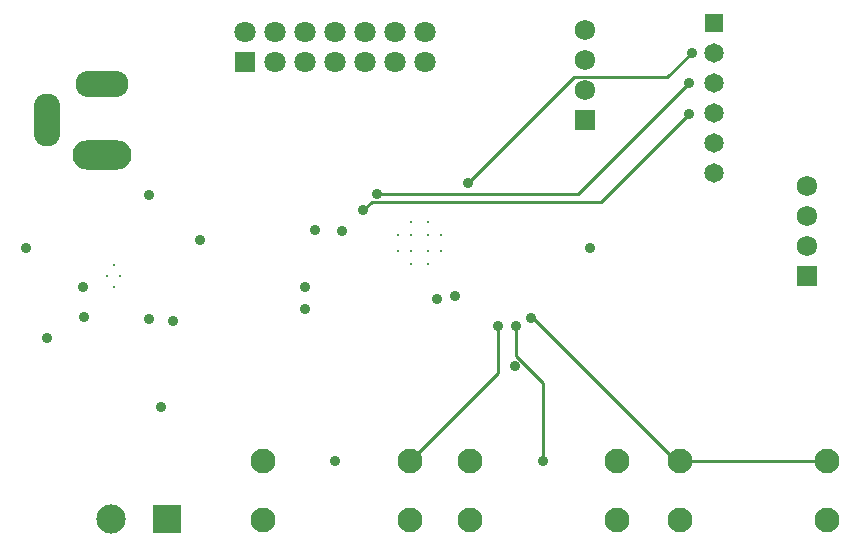
<source format=gbl>
G04*
G04 #@! TF.GenerationSoftware,Altium Limited,Altium Designer,24.10.1 (45)*
G04*
G04 Layer_Physical_Order=4*
G04 Layer_Color=16711680*
%FSLAX44Y44*%
%MOMM*%
G71*
G04*
G04 #@! TF.SameCoordinates,AA472AB2-6637-4989-BC3C-C099BA8EEFD1*
G04*
G04*
G04 #@! TF.FilePolarity,Positive*
G04*
G01*
G75*
%ADD49C,0.2286*%
%ADD51C,1.7250*%
%ADD52R,1.7250X1.7250*%
%ADD53R,1.6500X1.6500*%
%ADD54C,1.6500*%
%ADD55C,2.4750*%
%ADD56R,2.4750X2.4750*%
%ADD57C,0.3000*%
%ADD58R,1.8000X1.8000*%
%ADD59C,1.8000*%
%ADD60O,2.2500X4.5000*%
%ADD61O,4.5000X2.2500*%
%ADD62O,5.0000X2.5000*%
%ADD63C,2.1000*%
%ADD64C,0.8890*%
D49*
X467360Y197659D02*
X490220Y174799D01*
Y109220D02*
Y174799D01*
X467360Y197659D02*
Y223520D01*
X452120Y183610D02*
Y223520D01*
X377730Y109220D02*
X452120Y183610D01*
X605790Y109220D02*
X730790D01*
X481847Y229870D02*
X602497Y109220D01*
X480060Y229870D02*
X481847D01*
X602497Y109220D02*
X605790D01*
X344932Y328422D02*
X539242D01*
X613410Y402590D01*
X337820Y321310D02*
X344932Y328422D01*
X519246Y335280D02*
X613474Y429508D01*
X349250Y335280D02*
X519246D01*
X516498Y433948D02*
X595238D01*
X426720Y344170D02*
X516498Y433948D01*
X595238D02*
X615950Y454660D01*
D51*
X713740Y341630D02*
D03*
Y316230D02*
D03*
Y290830D02*
D03*
X525780Y473710D02*
D03*
Y448310D02*
D03*
Y422910D02*
D03*
D52*
X713740Y265430D02*
D03*
X525780Y397510D02*
D03*
D53*
X635000Y480060D02*
D03*
D54*
Y454660D02*
D03*
Y429260D02*
D03*
Y403860D02*
D03*
Y378460D02*
D03*
Y353060D02*
D03*
D55*
X124460Y59690D02*
D03*
D56*
X171960D02*
D03*
D57*
X403380Y300430D02*
D03*
Y286730D02*
D03*
X367380Y300430D02*
D03*
Y286730D02*
D03*
X392230Y311580D02*
D03*
X378530D02*
D03*
X392230Y275580D02*
D03*
X378530D02*
D03*
X392230Y286730D02*
D03*
Y300430D02*
D03*
X378530D02*
D03*
Y286730D02*
D03*
X120750Y265500D02*
D03*
X126500Y275000D02*
D03*
Y256000D02*
D03*
X132250Y265500D02*
D03*
D58*
X237490Y447040D02*
D03*
D59*
Y472440D02*
D03*
X262890Y447040D02*
D03*
Y472440D02*
D03*
X288290Y447040D02*
D03*
Y472440D02*
D03*
X313690Y447040D02*
D03*
Y472440D02*
D03*
X339090Y447040D02*
D03*
Y472440D02*
D03*
X364490Y447040D02*
D03*
Y472440D02*
D03*
X389890Y447040D02*
D03*
Y472440D02*
D03*
D60*
X69720Y398000D02*
D03*
D61*
X116720Y428000D02*
D03*
D62*
Y368000D02*
D03*
D63*
X730790Y59220D02*
D03*
X605790D02*
D03*
X730790Y109220D02*
D03*
X605790D02*
D03*
X552990Y59220D02*
D03*
X427990D02*
D03*
X552990Y109220D02*
D03*
X427990D02*
D03*
X377730Y59220D02*
D03*
X252730D02*
D03*
X377730Y109220D02*
D03*
X252730D02*
D03*
D64*
X452120Y223520D02*
D03*
X467360D02*
D03*
X480060Y229870D02*
D03*
X166370Y154940D02*
D03*
X415590Y248629D02*
D03*
X529590Y289560D02*
D03*
X314008Y109160D02*
D03*
X490220Y109220D02*
D03*
X466090Y189230D02*
D03*
X400050Y246380D02*
D03*
X613410Y402590D02*
D03*
X337820Y321310D02*
D03*
X613474Y429508D02*
D03*
X349250Y335280D02*
D03*
X615950Y454660D02*
D03*
X426720Y344170D02*
D03*
X297180Y304800D02*
D03*
X320040Y303530D02*
D03*
X288290Y237490D02*
D03*
Y256540D02*
D03*
X52070Y289560D02*
D03*
X101600Y231140D02*
D03*
X69850Y213360D02*
D03*
X100330Y256540D02*
D03*
X156210Y334010D02*
D03*
X199390Y295910D02*
D03*
X176500Y227960D02*
D03*
X156500Y228960D02*
D03*
M02*

</source>
